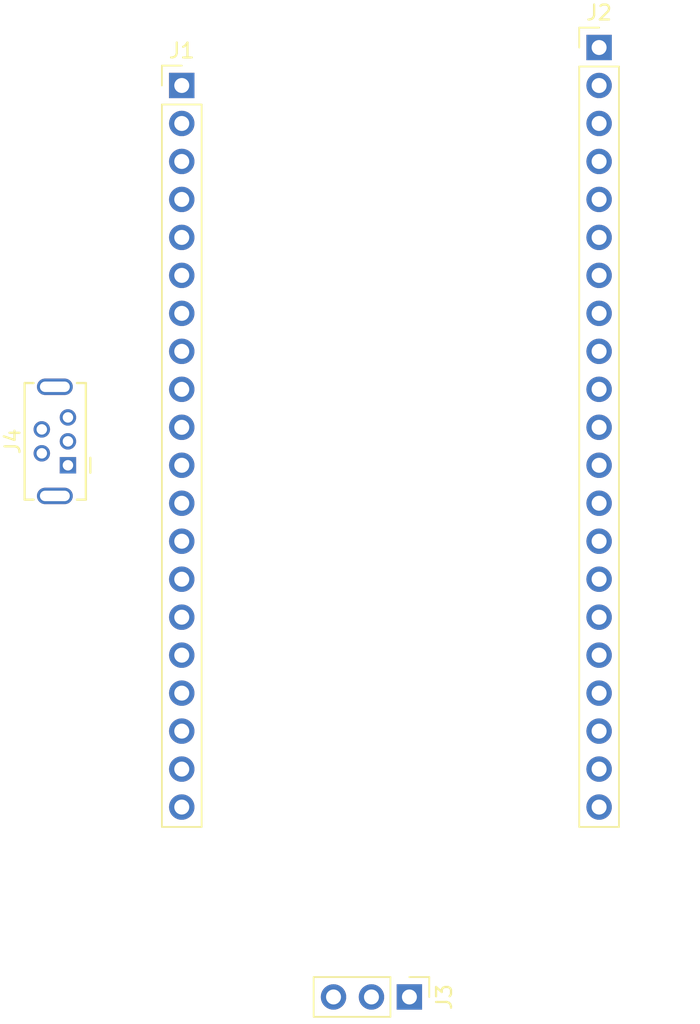
<source format=kicad_pcb>
(kicad_pcb (version 20211014) (generator pcbnew)
  (layers (0 "F.Cu" signal) (31 "B.Cu" signal) (34 "B.Paste" user) (35 "F.Paste" user) (36 "B.SilkS" user "B.Silkscreen") (37 "F.SilkS" user "F.Silkscreen") (38 "B.Mask" user) (39 "F.Mask" user) (44 "Edge.Cuts" user))
  (net 0 "")
  (net 1 "GND")
  (net 2 "Net-(J3-Pad1)")
  (net 3 "Net-(J3-Pad3)")
  (net 5 "/GPIO0")
  (net 6 "/GPIO1")
  (net 7 "/GPIO2")
  (net 8 "/GPIO3")
  (net 9 "/GPIO4")
  (net 10 "/GPIO5")
  (net 11 "/GPIO6")
  (net 12 "/GPIO7")
  (net 13 "/GPIO8")
  (net 14 "/GPIO9")
  (net 15 "/GPIO10")
  (net 16 "/GPIO11")
  (net 17 "/GPIO12")
  (net 18 "/GPIO13")
  (net 19 "/GPIO14")
  (net 20 "/GPIO15")
  (net 21 "/BOOTSEL")
  (net 22 "/VBUS")
  (net 23 "/VSYS")
  (net 24 "/3V3_EN")
  (net 25 "/3V3")
  (net 26 "/ADC_VREF")
  (net 27 "/GPIO28_ADC2")
  (net 28 "/GPIO27_ADC1")
  (net 29 "/GPIO26_ADC0")
  (net 30 "/RUN")
  (net 31 "/GPIO22")
  (net 32 "/GPIO21")
  (net 33 "/GPIO20")
  (net 34 "/GPIO19")
  (net 35 "/GPIO18")
  (net 36 "/GPIO17")
  (net 37 "/GPIO16")
  (net 38 "/USB_D-")
  (net 39 "/USB_D+")
  (footprint "Connector_USB:USB_Mini-B_Tensility_54-00023_Vertical" (layer "F.Cu") (at 66.04 99.06 90)
    (fp_text reference "J4" (at 1.6 -3.7 90) (layer "F.SilkS"))
    (fp_text value "USB_B_Mini")
    (fp_line (start 5.5 -2.9) (end 5.5 -2.3) (layer "F.SilkS") (width 0.15))
    (fp_line (start -2.3 -2.9) (end 5.5 -2.9) (layer "F.SilkS") (width 0.15))
    (fp_line (start 5.5 1.2) (end 5.5 0.6) (layer "F.SilkS") (width 0.15))
    (fp_line (start -0.5 1.5) (end 0.5 1.5) (layer "F.SilkS") (width 0.15))
    (fp_line (start -2.3 0.6) (end -2.3 1.2) (layer "F.SilkS") (width 0.15))
    (fp_line (start -2.3 -2.3) (end -2.3 -2.9) (layer "F.SilkS") (width 0.15))
    (fp_line (start -2.3 1.2) (end 5.5 1.2) (layer "F.SilkS") (width 0.15))
    (pad "1" thru_hole rect (at 0 0 90) (size 1.1 1.1) (drill 0.7) (layers *.Cu *.Mask) (net 22 "/VBUS"))
    (pad "2" thru_hole circle (at 0.8 -1.75 90) (size 1.1 1.1) (drill 0.7) (layers *.Cu *.Mask) (net 38 "/USB_D-"))
    (pad "3" thru_hole circle (at 1.6 0 90) (size 1.1 1.1) (drill 0.7) (layers *.Cu *.Mask) (net 39 "/USB_D+"))
    (pad "4" thru_hole circle (at 2.4 -1.75 90) (size 1.1 1.1) (drill 0.7) (layers *.Cu *.Mask))
    (pad "5" thru_hole circle (at 3.2 0 90) (size 1.1 1.1) (drill 0.7) (layers *.Cu *.Mask) (net 1 "GND"))
    (pad "6" thru_hole oval (at 5.25 -0.875 90) (size 1.1 2.4) (drill oval 0.7 2) (layers *.Cu *.Mask))
    (pad "6" thru_hole oval (at -2.05 -0.875 90) (size 1.1 2.4) (drill oval 0.7 2) (layers *.Cu *.Mask))
  )
  (footprint "Connector_PinHeader_2.54mm:PinHeader_1x20_P2.54mm_Vertical" (layer "F.Cu") (at 73.66 73.66)
    (fp_text reference "J1" (at 0 -2.33) (layer "F.SilkS"))
    (fp_text value "Left")
    (fp_line (start -1.33 1.27) (end 1.33 1.27) (layer "F.SilkS") (width 0.12))
    (fp_line (start -1.33 -1.33) (end 0 -1.33) (layer "F.SilkS") (width 0.12))
    (fp_line (start 1.33 1.27) (end 1.33 49.59) (layer "F.SilkS") (width 0.12))
    (fp_line (start -1.33 1.27) (end -1.33 49.59) (layer "F.SilkS") (width 0.12))
    (fp_line (start -1.33 0) (end -1.33 -1.33) (layer "F.SilkS") (width 0.12))
    (fp_line (start -1.33 49.59) (end 1.33 49.59) (layer "F.SilkS") (width 0.12))
    (pad "1" thru_hole rect (at 0 0) (size 1.7 1.7) (drill 1) (layers *.Cu *.Mask) (net 5 "/GPIO0"))
    (pad "2" thru_hole oval (at 0 2.54) (size 1.7 1.7) (drill 1) (layers *.Cu *.Mask) (net 6 "/GPIO1"))
    (pad "3" thru_hole oval (at 0 5.08) (size 1.7 1.7) (drill 1) (layers *.Cu *.Mask) (net 1 "GND"))
    (pad "4" thru_hole oval (at 0 7.62) (size 1.7 1.7) (drill 1) (layers *.Cu *.Mask) (net 7 "/GPIO2"))
    (pad "5" thru_hole oval (at 0 10.16) (size 1.7 1.7) (drill 1) (layers *.Cu *.Mask) (net 8 "/GPIO3"))
    (pad "6" thru_hole oval (at 0 12.7) (size 1.7 1.7) (drill 1) (layers *.Cu *.Mask) (net 9 "/GPIO4"))
    (pad "7" thru_hole oval (at 0 15.24) (size 1.7 1.7) (drill 1) (layers *.Cu *.Mask) (net 10 "/GPIO5"))
    (pad "8" thru_hole oval (at 0 17.78) (size 1.7 1.7) (drill 1) (layers *.Cu *.Mask) (net 1 "GND"))
    (pad "9" thru_hole oval (at 0 20.32) (size 1.7 1.7) (drill 1) (layers *.Cu *.Mask) (net 11 "/GPIO6"))
    (pad "10" thru_hole oval (at 0 22.86) (size 1.7 1.7) (drill 1) (layers *.Cu *.Mask) (net 12 "/GPIO7"))
    (pad "11" thru_hole oval (at 0 25.4) (size 1.7 1.7) (drill 1) (layers *.Cu *.Mask) (net 13 "/GPIO8"))
    (pad "12" thru_hole oval (at 0 27.94) (size 1.7 1.7) (drill 1) (layers *.Cu *.Mask) (net 14 "/GPIO9"))
    (pad "13" thru_hole oval (at 0 30.48) (size 1.7 1.7) (drill 1) (layers *.Cu *.Mask) (net 1 "GND"))
    (pad "14" thru_hole oval (at 0 33.02) (size 1.7 1.7) (drill 1) (layers *.Cu *.Mask) (net 15 "/GPIO10"))
    (pad "15" thru_hole oval (at 0 35.56) (size 1.7 1.7) (drill 1) (layers *.Cu *.Mask) (net 16 "/GPIO11"))
    (pad "16" thru_hole oval (at 0 38.1) (size 1.7 1.7) (drill 1) (layers *.Cu *.Mask) (net 17 "/GPIO12"))
    (pad "17" thru_hole oval (at 0 40.64) (size 1.7 1.7) (drill 1) (layers *.Cu *.Mask) (net 18 "/GPIO13"))
    (pad "18" thru_hole oval (at 0 43.18) (size 1.7 1.7) (drill 1) (layers *.Cu *.Mask) (net 1 "GND"))
    (pad "19" thru_hole oval (at 0 45.72) (size 1.7 1.7) (drill 1) (layers *.Cu *.Mask) (net 19 "/GPIO14"))
    (pad "20" thru_hole oval (at 0 48.26) (size 1.7 1.7) (drill 1) (layers *.Cu *.Mask) (net 20 "/GPIO15"))
  )
  (footprint "Connector_PinHeader_2.54mm:PinHeader_1x03_P2.54mm_Vertical" (layer "F.Cu") (at 88.9 134.62 -90)
    (fp_text reference "J3" (at 0 -2.33 90) (layer "F.SilkS"))
    (fp_text value "SWD")
    (fp_line (start 1.33 1.27) (end 1.33 6.41) (layer "F.SilkS") (width 0.12))
    (fp_line (start -1.33 0) (end -1.33 -1.33) (layer "F.SilkS") (width 0.12))
    (fp_line (start -1.33 -1.33) (end 0 -1.33) (layer "F.SilkS") (width 0.12))
    (fp_line (start -1.33 1.27) (end -1.33 6.41) (layer "F.SilkS") (width 0.12))
    (fp_line (start -1.33 1.27) (end 1.33 1.27) (layer "F.SilkS") (width 0.12))
    (fp_line (start -1.33 6.41) (end 1.33 6.41) (layer "F.SilkS") (width 0.12))
    (pad "1" thru_hole rect (at 0 0 270) (size 1.7 1.7) (drill 1) (layers *.Cu *.Mask) (net 2 "Net-(J3-Pad1)"))
    (pad "2" thru_hole oval (at 0 2.54 270) (size 1.7 1.7) (drill 1) (layers *.Cu *.Mask) (net 1 "GND"))
    (pad "3" thru_hole oval (at 0 5.08 270) (size 1.7 1.7) (drill 1) (layers *.Cu *.Mask) (net 3 "Net-(J3-Pad3)"))
  )
  (footprint "Connector_PinHeader_2.54mm:PinHeader_1x21_P2.54mm_Vertical" (layer "F.Cu") (at 101.6 71.12)
    (fp_text reference "J2" (at 0 -2.33) (layer "F.SilkS"))
    (fp_text value "Conn_01x21_Male")
    (fp_line (start -1.33 0) (end -1.33 -1.33) (layer "F.SilkS") (width 0.12))
    (fp_line (start -1.33 1.27) (end 1.33 1.27) (layer "F.SilkS") (width 0.12))
    (fp_line (start -1.33 -1.33) (end 0 -1.33) (layer "F.SilkS") (width 0.12))
    (fp_line (start -1.33 1.27) (end -1.33 52.13) (layer "F.SilkS") (width 0.12))
    (fp_line (start -1.33 52.13) (end 1.33 52.13) (layer "F.SilkS") (width 0.12))
    (fp_line (start 1.33 1.27) (end 1.33 52.13) (layer "F.SilkS") (width 0.12))
    (pad "1" thru_hole rect (at 0 0) (size 1.7 1.7) (drill 1) (layers *.Cu *.Mask) (net 21 "/BOOTSEL"))
    (pad "2" thru_hole oval (at 0 2.54) (size 1.7 1.7) (drill 1) (layers *.Cu *.Mask) (net 22 "/VBUS"))
    (pad "3" thru_hole oval (at 0 5.08) (size 1.7 1.7) (drill 1) (layers *.Cu *.Mask) (net 23 "/VSYS"))
    (pad "4" thru_hole oval (at 0 7.62) (size 1.7 1.7) (drill 1) (layers *.Cu *.Mask) (net 1 "GND"))
    (pad "5" thru_hole oval (at 0 10.16) (size 1.7 1.7) (drill 1) (layers *.Cu *.Mask) (net 24 "/3V3_EN"))
    (pad "6" thru_hole oval (at 0 12.7) (size 1.7 1.7) (drill 1) (layers *.Cu *.Mask) (net 25 "/3V3"))
    (pad "7" thru_hole oval (at 0 15.24) (size 1.7 1.7) (drill 1) (layers *.Cu *.Mask) (net 26 "/ADC_VREF"))
    (pad "8" thru_hole oval (at 0 17.78) (size 1.7 1.7) (drill 1) (layers *.Cu *.Mask) (net 27 "/GPIO28_ADC2"))
    (pad "9" thru_hole oval (at 0 20.32) (size 1.7 1.7) (drill 1) (layers *.Cu *.Mask) (net 1 "GND"))
    (pad "10" thru_hole oval (at 0 22.86) (size 1.7 1.7) (drill 1) (layers *.Cu *.Mask) (net 28 "/GPIO27_ADC1"))
    (pad "11" thru_hole oval (at 0 25.4) (size 1.7 1.7) (drill 1) (layers *.Cu *.Mask) (net 29 "/GPIO26_ADC0"))
    (pad "12" thru_hole oval (at 0 27.94) (size 1.7 1.7) (drill 1) (layers *.Cu *.Mask) (net 30 "/RUN"))
    (pad "13" thru_hole oval (at 0 30.48) (size 1.7 1.7) (drill 1) (layers *.Cu *.Mask) (net 31 "/GPIO22"))
    (pad "14" thru_hole oval (at 0 33.02) (size 1.7 1.7) (drill 1) (layers *.Cu *.Mask) (net 1 "GND"))
    (pad "15" thru_hole oval (at 0 35.56) (size 1.7 1.7) (drill 1) (layers *.Cu *.Mask) (net 32 "/GPIO21"))
    (pad "16" thru_hole oval (at 0 38.1) (size 1.7 1.7) (drill 1) (layers *.Cu *.Mask) (net 33 "/GPIO20"))
    (pad "17" thru_hole oval (at 0 40.64) (size 1.7 1.7) (drill 1) (layers *.Cu *.Mask) (net 34 "/GPIO19"))
    (pad "18" thru_hole oval (at 0 43.18) (size 1.7 1.7) (drill 1) (layers *.Cu *.Mask) (net 35 "/GPIO18"))
    (pad "19" thru_hole oval (at 0 45.72) (size 1.7 1.7) (drill 1) (layers *.Cu *.Mask) (net 1 "GND"))
    (pad "20" thru_hole oval (at 0 48.26) (size 1.7 1.7) (drill 1) (layers *.Cu *.Mask) (net 36 "/GPIO17"))
    (pad "21" thru_hole oval (at 0 50.8) (size 1.7 1.7) (drill 1) (layers *.Cu *.Mask) (net 37 "/GPIO16"))
  )
)
</source>
